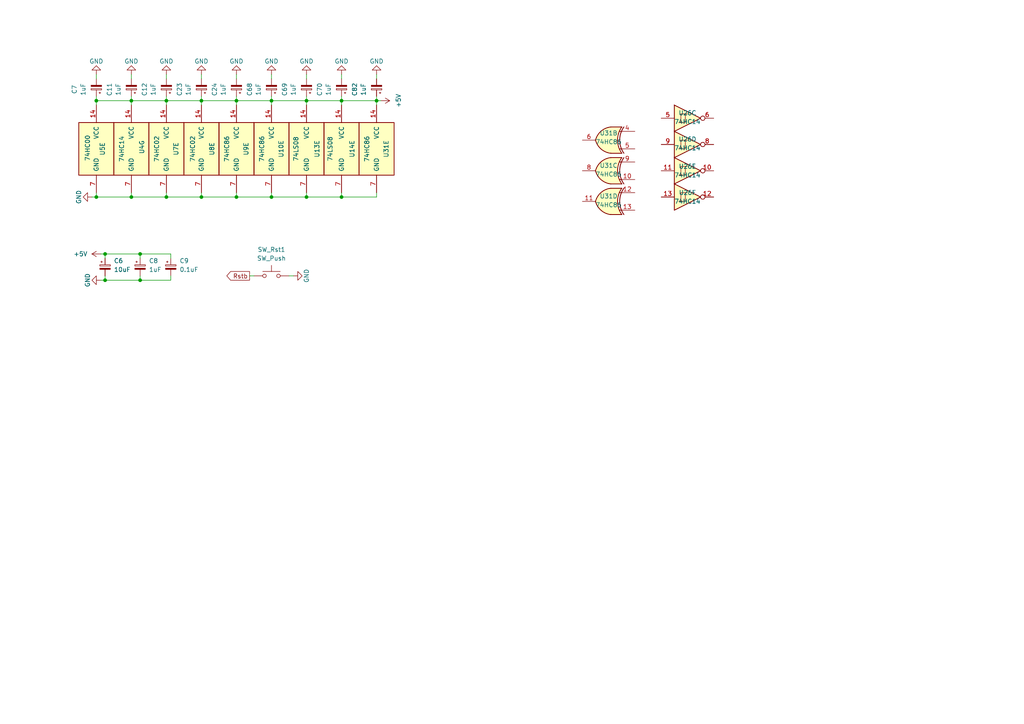
<source format=kicad_sch>
(kicad_sch (version 20231120) (generator "eeschema") (generator_version "8.0")
  (paper "A4")
  (lib_symbols
    (symbol "74xx:74HC00" (pin_names (offset 1.016))
      (property "Reference" "U" (at 0 1.27 0))
      (property "Value" "74HC00" (at 0 -1.27 0))
      (symbol "74HC00_1_1"
        (arc (start 0 -3.81) (mid 3.7934 0) (end 0 3.81) (stroke (width 0.254)) (fill (type background)))
        (polyline (pts (xy 0 3.81) (xy -3.81 3.81) (xy -3.81 -3.81) (xy 0 -3.81)) (stroke (width 0.254)) (fill (type background)))
        (pin input line (at -7.62 2.54 0) (length 3.81) (name "~") (number "1"))
        (pin input line (at -7.62 -2.54 0) (length 3.81) (name "~") (number "2"))
        (pin output inverted (at 7.62 0 180) (length 3.81) (name "~") (number "3"))
      )
      (symbol "74HC00_1_2"
        (arc (start -3.81 -3.81) (mid -2.589 0) (end -3.81 3.81) (stroke (width 0.254)))
        (arc (start -0.6096 -3.81) (mid 2.1842 -2.5851) (end 3.81 0) (stroke (width 0.254)) (fill (type background)))
        (polyline (pts (xy -3.81 -3.81) (xy -0.635 -3.81)) (stroke (width 0.254)) (fill (type background)))
        (polyline (pts (xy -3.81 3.81) (xy -0.635 3.81)) (stroke (width 0.254)) (fill (type background)))
        (polyline (pts (xy -0.635 3.81) (xy -3.81 3.81) (xy -3.81 3.81) (xy -3.556 3.4036) (xy -3.0226 2.2606) (xy -2.6924 1.0414) (xy -2.6162 -0.254) (xy -2.7686 -1.4986) (xy -3.175 -2.7178) (xy -3.81 -3.81) (xy -3.81 -3.81) (xy -0.635 -3.81)) (stroke (width -25.4)) (fill (type background)))
        (arc (start 3.81 0) (mid 2.1915 2.5936) (end -0.6096 3.81) (stroke (width 0.254)) (fill (type background)))
        (pin input inverted (at -7.62 2.54 0) (length 4.318) (name "~") (number "1"))
        (pin input inverted (at -7.62 -2.54 0) (length 4.318) (name "~") (number "2"))
        (pin output line (at 7.62 0 180) (length 3.81) (name "~") (number "3"))
      )
      (symbol "74HC00_2_1"
        (arc (start 0 -3.81) (mid 3.7934 0) (end 0 3.81) (stroke (width 0.254)) (fill (type background)))
        (polyline (pts (xy 0 3.81) (xy -3.81 3.81) (xy -3.81 -3.81) (xy 0 -3.81)) (stroke (width 0.254)) (fill (type background)))
        (pin input line (at -7.62 2.54 0) (length 3.81) (name "~") (number "4"))
        (pin input line (at -7.62 -2.54 0) (length 3.81) (name "~") (number "5"))
        (pin output inverted (at 7.62 0 180) (length 3.81) (name "~") (number "6"))
      )
      (symbol "74HC00_2_2"
        (arc (start -3.81 -3.81) (mid -2.589 0) (end -3.81 3.81) (stroke (width 0.254)))
        (arc (start -0.6096 -3.81) (mid 2.1842 -2.5851) (end 3.81 0) (stroke (width 0.254)) (fill (type background)))
        (polyline (pts (xy -3.81 -3.81) (xy -0.635 -3.81)) (stroke (width 0.254)) (fill (type background)))
        (polyline (pts (xy -3.81 3.81) (xy -0.635 3.81)) (stroke (width 0.254)) (fill (type background)))
        (polyline (pts (xy -0.635 3.81) (xy -3.81 3.81) (xy -3.81 3.81) (xy -3.556 3.4036) (xy -3.0226 2.2606) (xy -2.6924 1.0414) (xy -2.6162 -0.254) (xy -2.7686 -1.4986) (xy -3.175 -2.7178) (xy -3.81 -3.81) (xy -3.81 -3.81) (xy -0.635 -3.81)) (stroke (width -25.4)) (fill (type background)))
        (arc (start 3.81 0) (mid 2.1915 2.5936) (end -0.6096 3.81) (stroke (width 0.254)) (fill (type background)))
        (pin input inverted (at -7.62 2.54 0) (length 4.318) (name "~") (number "4"))
        (pin input inverted (at -7.62 -2.54 0) (length 4.318) (name "~") (number "5"))
        (pin output line (at 7.62 0 180) (length 3.81) (name "~") (number "6"))
      )
      (symbol "74HC00_3_1"
        (arc (start 0 -3.81) (mid 3.7934 0) (end 0 3.81) (stroke (width 0.254)) (fill (type background)))
        (polyline (pts (xy 0 3.81) (xy -3.81 3.81) (xy -3.81 -3.81) (xy 0 -3.81)) (stroke (width 0.254)) (fill (type background)))
        (pin input line (at -7.62 -2.54 0) (length 3.81) (name "~") (number "10"))
        (pin output inverted (at 7.62 0 180) (length 3.81) (name "~") (number "8"))
        (pin input line (at -7.62 2.54 0) (length 3.81) (name "~") (number "9"))
      )
      (symbol "74HC00_3_2"
        (arc (start -3.81 -3.81) (mid -2.589 0) (end -3.81 3.81) (stroke (width 0.254)))
        (arc (start -0.6096 -3.81) (mid 2.1842 -2.5851) (end 3.81 0) (stroke (width 0.254)) (fill (type background)))
        (polyline (pts (xy -3.81 -3.81) (xy -0.635 -3.81)) (stroke (width 0.254)) (fill (type background)))
        (polyline (pts (xy -3.81 3.81) (xy -0.635 3.81)) (stroke (width 0.254)) (fill (type background)))
        (polyline (pts (xy -0.635 3.81) (xy -3.81 3.81) (xy -3.81 3.81) (xy -3.556 3.4036) (xy -3.0226 2.2606) (xy -2.6924 1.0414) (xy -2.6162 -0.254) (xy -2.7686 -1.4986) (xy -3.175 -2.7178) (xy -3.81 -3.81) (xy -3.81 -3.81) (xy -0.635 -3.81)) (stroke (width -25.4)) (fill (type background)))
        (arc (start 3.81 0) (mid 2.1915 2.5936) (end -0.6096 3.81) (stroke (width 0.254)) (fill (type background)))
        (pin input inverted (at -7.62 -2.54 0) (length 4.318) (name "~") (number "10"))
        (pin output line (at 7.62 0 180) (length 3.81) (name "~") (number "8"))
        (pin input inverted (at -7.62 2.54 0) (length 4.318) (name "~") (number "9"))
      )
      (symbol "74HC00_4_1"
        (arc (start 0 -3.81) (mid 3.7934 0) (end 0 3.81) (stroke (width 0.254)) (fill (type background)))
        (polyline (pts (xy 0 3.81) (xy -3.81 3.81) (xy -3.81 -3.81) (xy 0 -3.81)) (stroke (width 0.254)) (fill (type background)))
        (pin output inverted (at 7.62 0 180) (length 3.81) (name "~") (number "11"))
        (pin input line (at -7.62 2.54 0) (length 3.81) (name "~") (number "12"))
        (pin input line (at -7.62 -2.54 0) (length 3.81) (name "~") (number "13"))
      )
      (symbol "74HC00_4_2"
        (arc (start -3.81 -3.81) (mid -2.589 0) (end -3.81 3.81) (stroke (width 0.254)))
        (arc (start -0.6096 -3.81) (mid 2.1842 -2.5851) (end 3.81 0) (stroke (width 0.254)) (fill (type background)))
        (polyline (pts (xy -3.81 -3.81) (xy -0.635 -3.81)) (stroke (width 0.254)) (fill (type background)))
        (polyline (pts (xy -3.81 3.81) (xy -0.635 3.81)) (stroke (width 0.254)) (fill (type background)))
        (polyline (pts (xy -0.635 3.81) (xy -3.81 3.81) (xy -3.81 3.81) (xy -3.556 3.4036) (xy -3.0226 2.2606) (xy -2.6924 1.0414) (xy -2.6162 -0.254) (xy -2.7686 -1.4986) (xy -3.175 -2.7178) (xy -3.81 -3.81) (xy -3.81 -3.81) (xy -0.635 -3.81)) (stroke (width -25.4)) (fill (type background)))
        (arc (start 3.81 0) (mid 2.1915 2.5936) (end -0.6096 3.81) (stroke (width 0.254)) (fill (type background)))
        (pin output line (at 7.62 0 180) (length 3.81) (name "~") (number "11"))
        (pin input inverted (at -7.62 2.54 0) (length 4.318) (name "~") (number "12"))
        (pin input inverted (at -7.62 -2.54 0) (length 4.318) (name "~") (number "13"))
      )
      (symbol "74HC00_5_0"
        (pin power_in line (at 0 12.7 270) (length 5.08) (name "VCC") (number "14"))
        (pin power_in line (at 0 -12.7 90) (length 5.08) (name "GND") (number "7"))
      )
      (symbol "74HC00_5_1"
        (rectangle (start -5.08 7.62) (end 5.08 -7.62) (stroke (width 0.254)) (fill (type background)))
      )
    )
    (symbol "74xx:74HC02" (pin_names (offset 1.016))
      (property "Reference" "U" (at 0 1.27 0))
      (property "Value" "74HC02" (at 0 -1.27 0))
      (symbol "74HC02_1_1"
        (arc (start -3.81 -3.81) (mid -2.589 0) (end -3.81 3.81) (stroke (width 0.254)))
        (arc (start -0.6096 -3.81) (mid 2.1842 -2.5851) (end 3.81 0) (stroke (width 0.254)) (fill (type background)))
        (polyline (pts (xy -3.81 -3.81) (xy -0.635 -3.81)) (stroke (width 0.254)) (fill (type background)))
        (polyline (pts (xy -3.81 3.81) (xy -0.635 3.81)) (stroke (width 0.254)) (fill (type background)))
        (polyline (pts (xy -0.635 3.81) (xy -3.81 3.81) (xy -3.81 3.81) (xy -3.556 3.4036) (xy -3.0226 2.2606) (xy -2.6924 1.0414) (xy -2.6162 -0.254) (xy -2.7686 -1.4986) (xy -3.175 -2.7178) (xy -3.81 -3.81) (xy -3.81 -3.81) (xy -0.635 -3.81)) (stroke (width -25.4)) (fill (type background)))
        (arc (start 3.81 0) (mid 2.1915 2.5936) (end -0.6096 3.81) (stroke (width 0.254)) (fill (type background)))
        (pin output inverted (at 7.62 0 180) (length 3.81) (name "~") (number "1"))
        (pin input line (at -7.62 2.54 0) (length 4.318) (name "~") (number "2"))
        (pin input line (at -7.62 -2.54 0) (length 4.318) (name "~") (number "3"))
      )
      (symbol "74HC02_1_2"
        (arc (start 0 -3.81) (mid 3.7934 0) (end 0 3.81) (stroke (width 0.254)) (fill (type background)))
        (polyline (pts (xy 0 3.81) (xy -3.81 3.81) (xy -3.81 -3.81) (xy 0 -3.81)) (stroke (width 0.254)) (fill (type background)))
        (pin output line (at 7.62 0 180) (length 3.81) (name "~") (number "1"))
        (pin input inverted (at -7.62 2.54 0) (length 3.81) (name "~") (number "2"))
        (pin input inverted (at -7.62 -2.54 0) (length 3.81) (name "~") (number "3"))
      )
      (symbol "74HC02_2_1"
        (arc (start -3.81 -3.81) (mid -2.589 0) (end -3.81 3.81) (stroke (width 0.254)))
        (arc (start -0.6096 -3.81) (mid 2.1842 -2.5851) (end 3.81 0) (stroke (width 0.254)) (fill (type background)))
        (polyline (pts (xy -3.81 -3.81) (xy -0.635 -3.81)) (stroke (width 0.254)) (fill (type background)))
        (polyline (pts (xy -3.81 3.81) (xy -0.635 3.81)) (stroke (width 0.254)) (fill (type background)))
        (polyline (pts (xy -0.635 3.81) (xy -3.81 3.81) (xy -3.81 3.81) (xy -3.556 3.4036) (xy -3.0226 2.2606) (xy -2.6924 1.0414) (xy -2.6162 -0.254) (xy -2.7686 -1.4986) (xy -3.175 -2.7178) (xy -3.81 -3.81) (xy -3.81 -3.81) (xy -0.635 -3.81)) (stroke (width -25.4)) (fill (type background)))
        (arc (start 3.81 0) (mid 2.1915 2.5936) (end -0.6096 3.81) (stroke (width 0.254)) (fill (type background)))
        (pin output inverted (at 7.62 0 180) (length 3.81) (name "~") (number "4"))
        (pin input line (at -7.62 2.54 0) (length 4.318) (name "~") (number "5"))
        (pin input line (at -7.62 -2.54 0) (length 4.318) (name "~") (number "6"))
      )
      (symbol "74HC02_2_2"
        (arc (start 0 -3.81) (mid 3.7934 0) (end 0 3.81) (stroke (width 0.254)) (fill (type background)))
        (polyline (pts (xy 0 3.81) (xy -3.81 3.81) (xy -3.81 -3.81) (xy 0 -3.81)) (stroke (width 0.254)) (fill (type background)))
        (pin output line (at 7.62 0 180) (length 3.81) (name "~") (number "4"))
        (pin input inverted (at -7.62 2.54 0) (length 3.81) (name "~") (number "5"))
        (pin input inverted (at -7.62 -2.54 0) (length 3.81) (name "~") (number "6"))
      )
      (symbol "74HC02_3_1"
        (arc (start -3.81 -3.81) (mid -2.589 0) (end -3.81 3.81) (stroke (width 0.254)))
        (arc (start -0.6096 -3.81) (mid 2.1842 -2.5851) (end 3.81 0) (stroke (width 0.254)) (fill (type background)))
        (polyline (pts (xy -3.81 -3.81) (xy -0.635 -3.81)) (stroke (width 0.254)) (fill (type background)))
        (polyline (pts (xy -3.81 3.81) (xy -0.635 3.81)) (stroke (width 0.254)) (fill (type background)))
        (polyline (pts (xy -0.635 3.81) (xy -3.81 3.81) (xy -3.81 3.81) (xy -3.556 3.4036) (xy -3.0226 2.2606) (xy -2.6924 1.0414) (xy -2.6162 -0.254) (xy -2.7686 -1.4986) (xy -3.175 -2.7178) (xy -3.81 -3.81) (xy -3.81 -3.81) (xy -0.635 -3.81)) (stroke (width -25.4)) (fill (type background)))
        (arc (start 3.81 0) (mid 2.1915 2.5936) (end -0.6096 3.81) (stroke (width 0.254)) (fill (type background)))
        (pin output inverted (at 7.62 0 180) (length 3.81) (name "~") (number "10"))
        (pin input line (at -7.62 2.54 0) (length 4.318) (name "~") (number "8"))
        (pin input line (at -7.62 -2.54 0) (length 4.318) (name "~") (number "9"))
      )
      (symbol "74HC02_3_2"
        (arc (start 0 -3.81) (mid 3.7934 0) (end 0 3.81) (stroke (width 0.254)) (fill (type background)))
        (polyline (pts (xy 0 3.81) (xy -3.81 3.81) (xy -3.81 -3.81) (xy 0 -3.81)) (stroke (width 0.254)) (fill (type background)))
        (pin output line (at 7.62 0 180) (length 3.81) (name "~") (number "10"))
        (pin input inverted (at -7.62 2.54 0) (length 3.81) (name "~") (number "8"))
        (pin input inverted (at -7.62 -2.54 0) (length 3.81) (name "~") (number "9"))
      )
      (symbol "74HC02_4_1"
        (arc (start -3.81 -3.81) (mid -2.589 0) (end -3.81 3.81) (stroke (width 0.254)))
        (arc (start -0.6096 -3.81) (mid 2.1842 -2.5851) (end 3.81 0) (stroke (width 0.254)) (fill (type background)))
        (polyline (pts (xy -3.81 -3.81) (xy -0.635 -3.81)) (stroke (width 0.254)) (fill (type background)))
        (polyline (pts (xy -3.81 3.81) (xy -0.635 3.81)) (stroke (width 0.254)) (fill (type background)))
        (polyline (pts (xy -0.635 3.81) (xy -3.81 3.81) (xy -3.81 3.81) (xy -3.556 3.4036) (xy -3.0226 2.2606) (xy -2.6924 1.0414) (xy -2.6162 -0.254) (xy -2.7686 -1.4986) (xy -3.175 -2.7178) (xy -3.81 -3.81) (xy -3.81 -3.81) (xy -0.635 -3.81)) (stroke (width -25.4)) (fill (type background)))
        (arc (start 3.81 0) (mid 2.1915 2.5936) (end -0.6096 3.81) (stroke (width 0.254)) (fill (type background)))
        (pin input line (at -7.62 2.54 0) (length 4.318) (name "~") (number "11"))
        (pin input line (at -7.62 -2.54 0) (length 4.318) (name "~") (number "12"))
        (pin output inverted (at 7.62 0 180) (length 3.81) (name "~") (number "13"))
      )
      (symbol "74HC02_4_2"
        (arc (start 0 -3.81) (mid 3.7934 0) (end 0 3.81) (stroke (width 0.254)) (fill (type background)))
        (polyline (pts (xy 0 3.81) (xy -3.81 3.81) (xy -3.81 -3.81) (xy 0 -3.81)) (stroke (width 0.254)) (fill (type background)))
        (pin input inverted (at -7.62 2.54 0) (length 3.81) (name "~") (number "11"))
        (pin input inverted (at -7.62 -2.54 0) (length 3.81) (name "~") (number "12"))
        (pin output line (at 7.62 0 180) (length 3.81) (name "~") (number "13"))
      )
      (symbol "74HC02_5_0"
        (pin power_in line (at 0 12.7 270) (length 5.08) (name "VCC") (number "14"))
        (pin power_in line (at 0 -12.7 90) (length 5.08) (name "GND") (number "7"))
      )
      (symbol "74HC02_5_1"
        (rectangle (start -5.08 7.62) (end 5.08 -7.62) (stroke (width 0.254)) (fill (type background)))
      )
    )
    (symbol "74xx:74HC14" (pin_names (offset 1.016))
      (property "Reference" "U" (at 0 1.27 0))
      (property "Value" "74HC14" (at 0 -1.27 0))
      (symbol "74HC14_1_0"
        (polyline (pts (xy -3.81 3.81) (xy -3.81 -3.81) (xy 3.81 0) (xy -3.81 3.81)) (stroke (width 0.254)) (fill (type background)))
        (pin input line (at -7.62 0 0) (length 3.81) (name "~") (number "1"))
        (pin output inverted (at 7.62 0 180) (length 3.81) (name "~") (number "2"))
      )
      (symbol "74HC14_1_1"
        (polyline (pts (xy -1.905 -1.27) (xy -1.905 1.27) (xy -0.635 1.27)))
        (polyline (pts (xy -2.54 -1.27) (xy -0.635 -1.27) (xy -0.635 1.27) (xy 0 1.27)))
      )
      (symbol "74HC14_2_0"
        (polyline (pts (xy -3.81 3.81) (xy -3.81 -3.81) (xy 3.81 0) (xy -3.81 3.81)) (stroke (width 0.254)) (fill (type background)))
        (pin input line (at -7.62 0 0) (length 3.81) (name "~") (number "3"))
        (pin output inverted (at 7.62 0 180) (length 3.81) (name "~") (number "4"))
      )
      (symbol "74HC14_2_1"
        (polyline (pts (xy -1.905 -1.27) (xy -1.905 1.27) (xy -0.635 1.27)))
        (polyline (pts (xy -2.54 -1.27) (xy -0.635 -1.27) (xy -0.635 1.27) (xy 0 1.27)))
      )
      (symbol "74HC14_3_0"
        (polyline (pts (xy -3.81 3.81) (xy -3.81 -3.81) (xy 3.81 0) (xy -3.81 3.81)) (stroke (width 0.254)) (fill (type background)))
        (pin input line (at -7.62 0 0) (length 3.81) (name "~") (number "5"))
        (pin output inverted (at 7.62 0 180) (length 3.81) (name "~") (number "6"))
      )
      (symbol "74HC14_3_1"
        (polyline (pts (xy -1.905 -1.27) (xy -1.905 1.27) (xy -0.635 1.27)))
        (polyline (pts (xy -2.54 -1.27) (xy -0.635 -1.27) (xy -0.635 1.27) (xy 0 1.27)))
      )
      (symbol "74HC14_4_0"
        (polyline (pts (xy -3.81 3.81) (xy -3.81 -3.81) (xy 3.81 0) (xy -3.81 3.81)) (stroke (width 0.254)) (fill (type background)))
        (pin output inverted (at 7.62 0 180) (length 3.81) (name "~") (number "8"))
        (pin input line (at -7.62 0 0) (length 3.81) (name "~") (number "9"))
      )
      (symbol "74HC14_4_1"
        (polyline (pts (xy -1.905 -1.27) (xy -1.905 1.27) (xy -0.635 1.27)))
        (polyline (pts (xy -2.54 -1.27) (xy -0.635 -1.27) (xy -0.635 1.27) (xy 0 1.27)))
      )
      (symbol "74HC14_5_0"
        (polyline (pts (xy -3.81 3.81) (xy -3.81 -3.81) (xy 3.81 0) (xy -3.81 3.81)) (stroke (width 0.254)) (fill (type background)))
        (pin output inverted (at 7.62 0 180) (length 3.81) (name "~") (number "10"))
        (pin input line (at -7.62 0 0) (length 3.81) (name "~") (number "11"))
      )
      (symbol "74HC14_5_1"
        (polyline (pts (xy -1.905 -1.27) (xy -1.905 1.27) (xy -0.635 1.27)))
        (polyline (pts (xy -2.54 -1.27) (xy -0.635 -1.27) (xy -0.635 1.27) (xy 0 1.27)))
      )
      (symbol "74HC14_6_0"
        (polyline (pts (xy -3.81 3.81) (xy -3.81 -3.81) (xy 3.81 0) (xy -3.81 3.81)) (stroke (width 0.254)) (fill (type background)))
        (pin output inverted (at 7.62 0 180) (length 3.81) (name "~") (number "12"))
        (pin input line (at -7.62 0 0) (length 3.81) (name "~") (number "13"))
      )
      (symbol "74HC14_6_1"
        (polyline (pts (xy -1.905 -1.27) (xy -1.905 1.27) (xy -0.635 1.27)))
        (polyline (pts (xy -2.54 -1.27) (xy -0.635 -1.27) (xy -0.635 1.27) (xy 0 1.27)))
      )
      (symbol "74HC14_7_0"
        (pin power_in line (at 0 12.7 270) (length 5.08) (name "VCC") (number "14"))
        (pin power_in line (at 0 -12.7 90) (length 5.08) (name "GND") (number "7"))
      )
      (symbol "74HC14_7_1"
        (rectangle (start -5.08 7.62) (end 5.08 -7.62) (stroke (width 0.254)) (fill (type background)))
      )
    )
    (symbol "74xx:74HC86" (pin_names (offset 1.016))
      (property "Reference" "U" (at 0 1.27 0))
      (property "Value" "74HC86" (at 0 -1.27 0))
      (symbol "74HC86_1_0"
        (arc (start -4.4196 -3.81) (mid -3.2033 0) (end -4.4196 3.81) (stroke (width 0.254)))
        (arc (start -3.81 -3.81) (mid -2.589 0) (end -3.81 3.81) (stroke (width 0.254)))
        (arc (start -0.6096 -3.81) (mid 2.1842 -2.5851) (end 3.81 0) (stroke (width 0.254)) (fill (type background)))
        (polyline (pts (xy -3.81 -3.81) (xy -0.635 -3.81)) (stroke (width 0.254)) (fill (type background)))
        (polyline (pts (xy -3.81 3.81) (xy -0.635 3.81)) (stroke (width 0.254)) (fill (type background)))
        (polyline (pts (xy -0.635 3.81) (xy -3.81 3.81) (xy -3.81 3.81) (xy -3.556 3.4036) (xy -3.0226 2.2606) (xy -2.6924 1.0414) (xy -2.6162 -0.254) (xy -2.7686 -1.4986) (xy -3.175 -2.7178) (xy -3.81 -3.81) (xy -3.81 -3.81) (xy -0.635 -3.81)) (stroke (width -25.4)) (fill (type background)))
        (arc (start 3.81 0) (mid 2.1915 2.5936) (end -0.6096 3.81) (stroke (width 0.254)) (fill (type background)))
        (pin input line (at -7.62 2.54 0) (length 4.445) (name "~") (number "1"))
        (pin input line (at -7.62 -2.54 0) (length 4.445) (name "~") (number "2"))
        (pin output line (at 7.62 0 180) (length 3.81) (name "~") (number "3"))
      )
      (symbol "74HC86_1_1"
        (polyline (pts (xy -3.81 -2.54) (xy -3.175 -2.54)) (stroke (width 0.1524)))
        (polyline (pts (xy -3.81 2.54) (xy -3.175 2.54)) (stroke (width 0.1524)))
      )
      (symbol "74HC86_2_0"
        (arc (start -4.4196 -3.81) (mid -3.2033 0) (end -4.4196 3.81) (stroke (width 0.254)))
        (arc (start -3.81 -3.81) (mid -2.589 0) (end -3.81 3.81) (stroke (width 0.254)))
        (arc (start -0.6096 -3.81) (mid 2.1842 -2.5851) (end 3.81 0) (stroke (width 0.254)) (fill (type background)))
        (polyline (pts (xy -3.81 -3.81) (xy -0.635 -3.81)) (stroke (width 0.254)) (fill (type background)))
        (polyline (pts (xy -3.81 3.81) (xy -0.635 3.81)) (stroke (width 0.254)) (fill (type background)))
        (polyline (pts (xy -0.635 3.81) (xy -3.81 3.81) (xy -3.81 3.81) (xy -3.556 3.4036) (xy -3.0226 2.2606) (xy -2.6924 1.0414) (xy -2.6162 -0.254) (xy -2.7686 -1.4986) (xy -3.175 -2.7178) (xy -3.81 -3.81) (xy -3.81 -3.81) (xy -0.635 -3.81)) (stroke (width -25.4)) (fill (type background)))
        (arc (start 3.81 0) (mid 2.1915 2.5936) (end -0.6096 3.81) (stroke (width 0.254)) (fill (type background)))
        (pin input line (at -7.62 2.54 0) (length 4.445) (name "~") (number "4"))
        (pin input line (at -7.62 -2.54 0) (length 4.445) (name "~") (number "5"))
        (pin output line (at 7.62 0 180) (length 3.81) (name "~") (number "6"))
      )
      (symbol "74HC86_2_1"
        (polyline (pts (xy -3.81 -2.54) (xy -3.175 -2.54)) (stroke (width 0.1524)))
        (polyline (pts (xy -3.81 2.54) (xy -3.175 2.54)) (stroke (width 0.1524)))
      )
      (symbol "74HC86_3_0"
        (arc (start -4.4196 -3.81) (mid -3.2033 0) (end -4.4196 3.81) (stroke (width 0.254)))
        (arc (start -3.81 -3.81) (mid -2.589 0) (end -3.81 3.81) (stroke (width 0.254)))
        (arc (start -0.6096 -3.81) (mid 2.1842 -2.5851) (end 3.81 0) (stroke (width 0.254)) (fill (type background)))
        (polyline (pts (xy -3.81 -3.81) (xy -0.635 -3.81)) (stroke (width 0.254)) (fill (type background)))
        (polyline (pts (xy -3.81 3.81) (xy -0.635 3.81)) (stroke (width 0.254)) (fill (type background)))
        (polyline (pts (xy -0.635 3.81) (xy -3.81 3.81) (xy -3.81 3.81) (xy -3.556 3.4036) (xy -3.0226 2.2606) (xy -2.6924 1.0414) (xy -2.6162 -0.254) (xy -2.7686 -1.4986) (xy -3.175 -2.7178) (xy -3.81 -3.81) (xy -3.81 -3.81) (xy -0.635 -3.81)) (stroke (width -25.4)) (fill (type background)))
        (arc (start 3.81 0) (mid 2.1915 2.5936) (end -0.6096 3.81) (stroke (width 0.254)) (fill (type background)))
        (pin input line (at -7.62 -2.54 0) (length 4.445) (name "~") (number "10"))
        (pin output line (at 7.62 0 180) (length 3.81) (name "~") (number "8"))
        (pin input line (at -7.62 2.54 0) (length 4.445) (name "~") (number "9"))
      )
      (symbol "74HC86_3_1"
        (polyline (pts (xy -3.81 -2.54) (xy -3.175 -2.54)) (stroke (width 0.1524)))
        (polyline (pts (xy -3.81 2.54) (xy -3.175 2.54)) (stroke (width 0.1524)))
      )
      (symbol "74HC86_4_0"
        (arc (start -4.4196 -3.81) (mid -3.2033 0) (end -4.4196 3.81) (stroke (width 0.254)))
        (arc (start -3.81 -3.81) (mid -2.589 0) (end -3.81 3.81) (stroke (width 0.254)))
        (arc (start -0.6096 -3.81) (mid 2.1842 -2.5851) (end 3.81 0) (stroke (width 0.254)) (fill (type background)))
        (polyline (pts (xy -3.81 -3.81) (xy -0.635 -3.81)) (stroke (width 0.254)) (fill (type background)))
        (polyline (pts (xy -3.81 3.81) (xy -0.635 3.81)) (stroke (width 0.254)) (fill (type background)))
        (polyline (pts (xy -0.635 3.81) (xy -3.81 3.81) (xy -3.81 3.81) (xy -3.556 3.4036) (xy -3.0226 2.2606) (xy -2.6924 1.0414) (xy -2.6162 -0.254) (xy -2.7686 -1.4986) (xy -3.175 -2.7178) (xy -3.81 -3.81) (xy -3.81 -3.81) (xy -0.635 -3.81)) (stroke (width -25.4)) (fill (type background)))
        (arc (start 3.81 0) (mid 2.1915 2.5936) (end -0.6096 3.81) (stroke (width 0.254)) (fill (type background)))
        (pin output line (at 7.62 0 180) (length 3.81) (name "~") (number "11"))
        (pin input line (at -7.62 2.54 0) (length 4.445) (name "~") (number "12"))
        (pin input line (at -7.62 -2.54 0) (length 4.445) (name "~") (number "13"))
      )
      (symbol "74HC86_4_1"
        (polyline (pts (xy -3.81 -2.54) (xy -3.175 -2.54)) (stroke (width 0.1524)))
        (polyline (pts (xy -3.81 2.54) (xy -3.175 2.54)) (stroke (width 0.1524)))
      )
      (symbol "74HC86_5_0"
        (pin power_in line (at 0 12.7 270) (length 5.08) (name "VCC") (number "14"))
        (pin power_in line (at 0 -12.7 90) (length 5.08) (name "GND") (number "7"))
      )
      (symbol "74HC86_5_1"
        (rectangle (start -5.08 7.62) (end 5.08 -7.62) (stroke (width 0.254)) (fill (type background)))
      )
    )
    (symbol "74xx:74LS08" (pin_names (offset 1.016))
      (property "Reference" "U" (at 0 1.27 0))
      (property "Value" "74LS08" (at 0 -1.27 0))
      (symbol "74LS08_1_1"
        (arc (start 0 -3.81) (mid 3.7934 0) (end 0 3.81) (stroke (width 0.254)) (fill (type background)))
        (polyline (pts (xy 0 3.81) (xy -3.81 3.81) (xy -3.81 -3.81) (xy 0 -3.81)) (stroke (width 0.254)) (fill (type background)))
        (pin input line (at -7.62 2.54 0) (length 3.81) (name "~") (number "1"))
        (pin input line (at -7.62 -2.54 0) (length 3.81) (name "~") (number "2"))
        (pin output line (at 7.62 0 180) (length 3.81) (name "~") (number "3"))
      )
      (symbol "74LS08_1_2"
        (arc (start -3.81 -3.81) (mid -2.589 0) (end -3.81 3.81) (stroke (width 0.254)))
        (arc (start -0.6096 -3.81) (mid 2.1842 -2.5851) (end 3.81 0) (stroke (width 0.254)) (fill (type background)))
        (polyline (pts (xy -3.81 -3.81) (xy -0.635 -3.81)) (stroke (width 0.254)) (fill (type background)))
        (polyline (pts (xy -3.81 3.81) (xy -0.635 3.81)) (stroke (width 0.254)) (fill (type background)))
        (polyline (pts (xy -0.635 3.81) (xy -3.81 3.81) (xy -3.81 3.81) (xy -3.556 3.4036) (xy -3.0226 2.2606) (xy -2.6924 1.0414) (xy -2.6162 -0.254) (xy -2.7686 -1.4986) (xy -3.175 -2.7178) (xy -3.81 -3.81) (xy -3.81 -3.81) (xy -0.635 -3.81)) (stroke (width -25.4)) (fill (type background)))
        (arc (start 3.81 0) (mid 2.1915 2.5936) (end -0.6096 3.81) (stroke (width 0.254)) (fill (type background)))
        (pin input inverted (at -7.62 2.54 0) (length 4.318) (name "~") (number "1"))
        (pin input inverted (at -7.62 -2.54 0) (length 4.318) (name "~") (number "2"))
        (pin output inverted (at 7.62 0 180) (length 3.81) (name "~") (number "3"))
      )
      (symbol "74LS08_2_1"
        (arc (start 0 -3.81) (mid 3.7934 0) (end 0 3.81) (stroke (width 0.254)) (fill (type background)))
        (polyline (pts (xy 0 3.81) (xy -3.81 3.81) (xy -3.81 -3.81) (xy 0 -3.81)) (stroke (width 0.254)) (fill (type background)))
        (pin input line (at -7.62 2.54 0) (length 3.81) (name "~") (number "4"))
        (pin input line (at -7.62 -2.54 0) (length 3.81) (name "~") (number "5"))
        (pin output line (at 7.62 0 180) (length 3.81) (name "~") (number "6"))
      )
      (symbol "74LS08_2_2"
        (arc (start -3.81 -3.81) (mid -2.589 0) (end -3.81 3.81) (stroke (width 0.254)))
        (arc (start -0.6096 -3.81) (mid 2.1842 -2.5851) (end 3.81 0) (stroke (width 0.254)) (fill (type background)))
        (polyline (pts (xy -3.81 -3.81) (xy -0.635 -3.81)) (stroke (width 0.254)) (fill (type background)))
        (polyline (pts (xy -3.81 3.81) (xy -0.635 3.81)) (stroke (width 0.254)) (fill (type background)))
        (polyline (pts (xy -0.635 3.81) (xy -3.81 3.81) (xy -3.81 3.81) (xy -3.556 3.4036) (xy -3.0226 2.2606) (xy -2.6924 1.0414) (xy -2.6162 -0.254) (xy -2.7686 -1.4986) (xy -3.175 -2.7178) (xy -3.81 -3.81) (xy -3.81 -3.81) (xy -0.635 -3.81)) (stroke (width -25.4)) (fill (type background)))
        (arc (start 3.81 0) (mid 2.1915 2.5936) (end -0.6096 3.81) (stroke (width 0.254)) (fill (type background)))
        (pin input inverted (at -7.62 2.54 0) (length 4.318) (name "~") (number "4"))
        (pin input inverted (at -7.62 -2.54 0) (length 4.318) (name "~") (number "5"))
        (pin output inverted (at 7.62 0 180) (length 3.81) (name "~") (number "6"))
      )
      (symbol "74LS08_3_1"
        (arc (start 0 -3.81) (mid 3.7934 0) (end 0 3.81) (stroke (width 0.254)) (fill (type background)))
        (polyline (pts (xy 0 3.81) (xy -3.81 3.81) (xy -3.81 -3.81) (xy 0 -3.81)) (stroke (width 0.254)) (fill (type background)))
        (pin input line (at -7.62 -2.54 0) (length 3.81) (name "~") (number "10"))
        (pin output line (at 7.62 0 180) (length 3.81) (name "~") (number "8"))
        (pin input line (at -7.62 2.54 0) (length 3.81) (name "~") (number "9"))
      )
      (symbol "74LS08_3_2"
        (arc (start -3.81 -3.81) (mid -2.589 0) (end -3.81 3.81) (stroke (width 0.254)))
        (arc (start -0.6096 -3.81) (mid 2.1842 -2.5851) (end 3.81 0) (stroke (width 0.254)) (fill (type background)))
        (polyline (pts (xy -3.81 -3.81) (xy -0.635 -3.81)) (stroke (width 0.254)) (fill (type background)))
        (polyline (pts (xy -3.81 3.81) (xy -0.635 3.81)) (stroke (width 0.254)) (fill (type background)))
        (polyline (pts (xy -0.635 3.81) (xy -3.81 3.81) (xy -3.81 3.81) (xy -3.556 3.4036) (xy -3.0226 2.2606) (xy -2.6924 1.0414) (xy -2.6162 -0.254) (xy -2.7686 -1.4986) (xy -3.175 -2.7178) (xy -3.81 -3.81) (xy -3.81 -3.81) (xy -0.635 -3.81)) (stroke (width -25.4)) (fill (type background)))
        (arc (start 3.81 0) (mid 2.1915 2.5936) (end -0.6096 3.81) (stroke (width 0.254)) (fill (type background)))
        (pin input inverted (at -7.62 -2.54 0) (length 4.318) (name "~") (number "10"))
        (pin output inverted (at 7.62 0 180) (length 3.81) (name "~") (number "8"))
        (pin input inverted (at -7.62 2.54 0) (length 4.318) (name "~") (number "9"))
      )
      (symbol "74LS08_4_1"
        (arc (start 0 -3.81) (mid 3.7934 0) (end 0 3.81) (stroke (width 0.254)) (fill (type background)))
        (polyline (pts (xy 0 3.81) (xy -3.81 3.81) (xy -3.81 -3.81) (xy 0 -3.81)) (stroke (width 0.254)) (fill (type background)))
        (pin output line (at 7.62 0 180) (length 3.81) (name "~") (number "11"))
        (pin input line (at -7.62 2.54 0) (length 3.81) (name "~") (number "12"))
        (pin input line (at -7.62 -2.54 0) (length 3.81) (name "~") (number "13"))
      )
      (symbol "74LS08_4_2"
        (arc (start -3.81 -3.81) (mid -2.589 0) (end -3.81 3.81) (stroke (width 0.254)))
        (arc (start -0.6096 -3.81) (mid 2.1842 -2.5851) (end 3.81 0) (stroke (width 0.254)) (fill (type background)))
        (polyline (pts (xy -3.81 -3.81) (xy -0.635 -3.81)) (stroke (width 0.254)) (fill (type background)))
        (polyline (pts (xy -3.81 3.81) (xy -0.635 3.81)) (stroke (width 0.254)) (fill (type background)))
        (polyline (pts (xy -0.635 3.81) (xy -3.81 3.81) (xy -3.81 3.81) (xy -3.556 3.4036) (xy -3.0226 2.2606) (xy -2.6924 1.0414) (xy -2.6162 -0.254) (xy -2.7686 -1.4986) (xy -3.175 -2.7178) (xy -3.81 -3.81) (xy -3.81 -3.81) (xy -0.635 -3.81)) (stroke (width -25.4)) (fill (type background)))
        (arc (start 3.81 0) (mid 2.1915 2.5936) (end -0.6096 3.81) (stroke (width 0.254)) (fill (type background)))
        (pin output inverted (at 7.62 0 180) (length 3.81) (name "~") (number "11"))
        (pin input inverted (at -7.62 2.54 0) (length 4.318) (name "~") (number "12"))
        (pin input inverted (at -7.62 -2.54 0) (length 4.318) (name "~") (number "13"))
      )
      (symbol "74LS08_5_0"
        (pin power_in line (at 0 12.7 270) (length 5.08) (name "VCC") (number "14"))
        (pin power_in line (at 0 -12.7 90) (length 5.08) (name "GND") (number "7"))
      )
      (symbol "74LS08_5_1"
        (rectangle (start -5.08 7.62) (end 5.08 -7.62) (stroke (width 0.254)) (fill (type background)))
      )
    )
    (symbol "Device:C_Polarized_Small" (pin_numbers hide) (pin_names (offset 0.254) hide)
      (property "Reference" "C" (at 0.254 1.778 0))
      (property "Value" "C_Polarized_Small" (at 0.254 -2.032 0))
      (symbol "C_Polarized_Small_0_1"
        (rectangle (start -1.524 -0.3048) (end 1.524 -0.6858) (fill (type outline)))
        (rectangle (start -1.524 0.6858) (end 1.524 0.3048))
        (polyline (pts (xy -1.27 1.524) (xy -0.762 1.524)))
        (polyline (pts (xy -1.016 1.27) (xy -1.016 1.778)))
      )
      (symbol "C_Polarized_Small_1_1"
        (pin passive line (at 0 2.54 270) (length 1.8542) (name "~") (number "1"))
        (pin passive line (at 0 -2.54 90) (length 1.8542) (name "~") (number "2"))
      )
    )
    (symbol "Switch:SW_Push" (pin_numbers hide) (pin_names (offset 1.016) hide)
      (property "Reference" "SW" (at 1.27 2.54 0))
      (property "Value" "SW_Push" (at 0 -1.524 0))
      (symbol "SW_Push_0_1"
        (circle (center -2.032 0) (radius 0.508))
        (polyline (pts (xy 0 1.27) (xy 0 3.048)))
        (polyline (pts (xy 2.54 1.27) (xy -2.54 1.27)))
        (circle (center 2.032 0) (radius 0.508))
        (pin passive line (at -5.08 0 0) (length 2.54) (name "1") (number "1"))
        (pin passive line (at 5.08 0 180) (length 2.54) (name "2") (number "2"))
      )
    )
    (symbol "power:+5V" (power) (pin_names (offset 0))
      (property "Value" "+5V" (at 0 3.556 0))
      (symbol "+5V_0_1"
        (polyline (pts (xy -0.762 1.27) (xy 0 2.54)))
        (polyline (pts (xy 0 0) (xy 0 2.54)))
        (polyline (pts (xy 0 2.54) (xy 0.762 1.27)))
      )
      (symbol "+5V_1_1"
        (pin power_in line (at 0 0 90) (length 0) hide (name "+5V") (number "1"))
      )
    )
    (symbol "power:GND" (power) (pin_names (offset 0))
      (property "Value" "GND" (at 0 -3.81 0))
      (symbol "GND_0_1"
        (polyline (pts (xy 0 0) (xy 0 -1.27) (xy 1.27 -1.27) (xy 0 -2.54) (xy -1.27 -1.27) (xy 0 -1.27)))
      )
      (symbol "GND_1_1"
        (pin power_in line (at 0 0 270) (length 0) hide (name "GND") (number "1"))
      )
    )
  )
  (junction (at 99.06 29.21))
  (junction (at 27.94 29.21))
  (junction (at 88.9 57.15))
  (junction (at 27.94 57.15))
  (junction (at 78.74 57.15))
  (junction (at 38.1 29.21))
  (junction (at 78.74 29.21))
  (junction (at 40.64 81.28))
  (junction (at 30.48 81.28))
  (junction (at 48.26 57.15))
  (junction (at 99.06 57.15))
  (junction (at 58.42 29.21))
  (junction (at 40.64 73.66))
  (junction (at 109.22 29.21))
  (junction (at 48.26 29.21))
  (junction (at 30.48 73.66))
  (junction (at 38.1 57.15))
  (junction (at 58.42 57.15))
  (junction (at 88.9 29.21))
  (junction (at 68.58 57.15))
  (junction (at 68.58 29.21))
  (wire (pts (xy 68.58 29.21) (xy 58.42 29.21)))
  (wire (pts (xy 58.42 29.21) (xy 58.42 30.48)))
  (wire (pts (xy 68.58 29.21) (xy 68.58 30.48)))
  (wire (pts (xy 88.9 55.88) (xy 88.9 57.15)))
  (wire (pts (xy 30.48 74.93) (xy 30.48 73.66)))
  (wire (pts (xy 88.9 21.59) (xy 88.9 22.86)))
  (wire (pts (xy 85.09 80.01) (xy 83.82 80.01)))
  (wire (pts (xy 40.64 73.66) (xy 49.53 73.66)))
  (wire (pts (xy 49.53 74.93) (xy 49.53 73.66)))
  (wire (pts (xy 88.9 57.15) (xy 78.74 57.15)))
  (wire (pts (xy 38.1 57.15) (xy 38.1 55.88)))
  (wire (pts (xy 49.53 80.01) (xy 49.53 81.28)))
  (wire (pts (xy 49.53 81.28) (xy 40.64 81.28)))
  (wire (pts (xy 30.48 81.28) (xy 40.64 81.28)))
  (wire (pts (xy 78.74 27.94) (xy 78.74 29.21)))
  (wire (pts (xy 99.06 29.21) (xy 99.06 30.48)))
  (wire (pts (xy 30.48 80.01) (xy 30.48 81.28)))
  (wire (pts (xy 88.9 29.21) (xy 88.9 30.48)))
  (wire (pts (xy 48.26 29.21) (xy 48.26 30.48)))
  (wire (pts (xy 48.26 29.21) (xy 38.1 29.21)))
  (wire (pts (xy 40.64 81.28) (xy 40.64 80.01)))
  (wire (pts (xy 48.26 55.88) (xy 48.26 57.15)))
  (wire (pts (xy 109.22 21.59) (xy 109.22 22.86)))
  (wire (pts (xy 38.1 30.48) (xy 38.1 29.21)))
  (wire (pts (xy 48.26 57.15) (xy 38.1 57.15)))
  (wire (pts (xy 38.1 27.94) (xy 38.1 29.21)))
  (wire (pts (xy 72.39 80.01) (xy 73.66 80.01)))
  (wire (pts (xy 68.58 55.88) (xy 68.58 57.15)))
  (wire (pts (xy 78.74 29.21) (xy 68.58 29.21)))
  (wire (pts (xy 38.1 21.59) (xy 38.1 22.86)))
  (wire (pts (xy 58.42 29.21) (xy 48.26 29.21)))
  (wire (pts (xy 109.22 29.21) (xy 99.06 29.21)))
  (wire (pts (xy 68.58 57.15) (xy 58.42 57.15)))
  (wire (pts (xy 27.94 57.15) (xy 38.1 57.15)))
  (wire (pts (xy 68.58 21.59) (xy 68.58 22.86)))
  (wire (pts (xy 29.21 73.66) (xy 30.48 73.66)))
  (wire (pts (xy 99.06 57.15) (xy 88.9 57.15)))
  (wire (pts (xy 40.64 73.66) (xy 40.64 74.93)))
  (wire (pts (xy 88.9 29.21) (xy 78.74 29.21)))
  (wire (pts (xy 27.94 21.59) (xy 27.94 22.86)))
  (wire (pts (xy 78.74 21.59) (xy 78.74 22.86)))
  (wire (pts (xy 109.22 27.94) (xy 109.22 29.21)))
  (wire (pts (xy 99.06 29.21) (xy 88.9 29.21)))
  (wire (pts (xy 109.22 55.88) (xy 109.22 57.15)))
  (wire (pts (xy 30.48 73.66) (xy 40.64 73.66)))
  (wire (pts (xy 78.74 55.88) (xy 78.74 57.15)))
  (wire (pts (xy 48.26 27.94) (xy 48.26 29.21)))
  (wire (pts (xy 110.49 29.21) (xy 109.22 29.21)))
  (wire (pts (xy 58.42 55.88) (xy 58.42 57.15)))
  (wire (pts (xy 27.94 57.15) (xy 27.94 55.88)))
  (wire (pts (xy 78.74 29.21) (xy 78.74 30.48)))
  (wire (pts (xy 58.42 21.59) (xy 58.42 22.86)))
  (wire (pts (xy 29.21 81.28) (xy 30.48 81.28)))
  (wire (pts (xy 109.22 29.21) (xy 109.22 30.48)))
  (wire (pts (xy 27.94 27.94) (xy 27.94 29.21)))
  (wire (pts (xy 26.67 57.15) (xy 27.94 57.15)))
  (wire (pts (xy 99.06 27.94) (xy 99.06 29.21)))
  (wire (pts (xy 99.06 55.88) (xy 99.06 57.15)))
  (wire (pts (xy 88.9 27.94) (xy 88.9 29.21)))
  (wire (pts (xy 109.22 57.15) (xy 99.06 57.15)))
  (wire (pts (xy 48.26 21.59) (xy 48.26 22.86)))
  (wire (pts (xy 58.42 57.15) (xy 48.26 57.15)))
  (wire (pts (xy 27.94 29.21) (xy 38.1 29.21)))
  (wire (pts (xy 78.74 57.15) (xy 68.58 57.15)))
  (wire (pts (xy 68.58 27.94) (xy 68.58 29.21)))
  (wire (pts (xy 27.94 30.48) (xy 27.94 29.21)))
  (wire (pts (xy 58.42 27.94) (xy 58.42 29.21)))
  (wire (pts (xy 99.06 21.59) (xy 99.06 22.86)))
  (global_label "Rstb" (shape output) (at 72.39 80.01 180) (property "Intersheetrefs" "${INTERSHEET_REFS}" (effects (hide yes))))
  (symbol (lib_id "power:GND") (at 38.1 21.59 180) (unit 1)
    (property "Reference" "#PWR025" (effects (hide yes)))
    (property "Value" "GND" (at 38.1 17.78 0))
  )
  (symbol (lib_id "power:GND") (at 48.26 21.59 180) (unit 1)
    (property "Reference" "#PWR026" (effects (hide yes)))
    (property "Value" "GND" (at 48.26 17.78 0))
  )
  (symbol (lib_id "Device:C_Polarized_Small") (at 27.94 25.4 180) (unit 1)
    (property "Reference" "C7" (at 21.59 25.9461 90))
    (property "Value" "1uF" (at 24.13 25.9461 90))
    (property "Footprint" "Capacitor_SMD:C_1206_3216Metric" (effects (hide yes)))
  )
  (symbol (lib_id "power:GND") (at 109.22 21.59 180) (unit 1)
    (property "Reference" "#PWR0150" (effects (hide yes)))
    (property "Value" "GND" (at 109.22 17.78 0))
  )
  (symbol (lib_id "74xx:74HC14") (at 199.39 57.15 0) (unit 6)
    (property "Reference" "U26" (at 199.39 55.88 0))
    (property "Value" "74HC14" (at 199.39 58.42 0))
    (property "Datasheet" "http://www.ti.com/lit/gpn/sn74HC14" (effects (hide yes)))
    (property "Description" "Hex inverter schmitt trigger" (effects (hide yes)))
  )
  (symbol (lib_id "power:GND") (at 85.09 80.01 90) (mirror x) (unit 1)
    (property "Reference" "#PWR0129" (effects (hide yes)))
    (property "Value" "GND" (at 88.9 80.01 0))
  )
  (symbol (lib_id "power:GND") (at 27.94 21.59 180) (unit 1)
    (property "Reference" "#PWR024" (effects (hide yes)))
    (property "Value" "GND" (at 27.94 17.78 0))
  )
  (symbol (lib_id "power:GND") (at 99.06 21.59 180) (unit 1)
    (property "Reference" "#PWR0127" (effects (hide yes)))
    (property "Value" "GND" (at 99.06 17.78 0))
  )
  (symbol (lib_id "Switch:SW_Push") (at 78.74 80.01 0) (unit 1)
    (property "Reference" "SW_Rst1" (at 78.74 72.39 0))
    (property "Value" "SW_Push" (at 78.74 74.93 0))
    (property "Footprint" "keyswitches:SW_MX" (effects (hide yes)))
    (property "Description" "Push button switch, generic, two pins" (effects (hide yes)))
  )
  (symbol (lib_id "74xx:74HC86") (at 176.53 40.64 0) (mirror y) (unit 2)
    (property "Reference" "U31" (at 176.53 38.608 0))
    (property "Value" "74HC86" (at 176.53 41.148 0))
    (property "Datasheet" "http://www.ti.com/lit/gpn/sn74HC86" (effects (hide yes)))
    (property "Description" "Quad 2-input XOR" (effects (hide yes)))
  )
  (symbol (lib_id "power:GND") (at 78.74 21.59 180) (unit 1)
    (property "Reference" "#PWR049" (effects (hide yes)))
    (property "Value" "GND" (at 78.74 17.78 0))
  )
  (symbol (lib_id "Device:C_Polarized_Small") (at 78.74 25.4 180) (unit 1)
    (property "Reference" "C68" (at 72.39 25.9461 90))
    (property "Value" "1uF" (at 74.93 25.9461 90))
    (property "Footprint" "Capacitor_SMD:C_1206_3216Metric" (effects (hide yes)))
  )
  (symbol (lib_id "Device:C_Polarized_Small") (at 49.53 77.47 0) (unit 1)
    (property "Reference" "C9" (at 52.07 75.6539 0) (effects (justify left)))
    (property "Value" "0.1uF" (at 52.07 78.1939 0) (effects (justify left)))
    (property "Footprint" "Capacitor_SMD:C_1206_3216Metric" (effects (hide yes)))
  )
  (symbol (lib_id "74xx:74HC14") (at 199.39 34.29 0) (unit 3)
    (property "Reference" "U26" (at 199.39 32.766 0))
    (property "Value" "74HC14" (at 199.39 35.306 0))
    (property "Datasheet" "http://www.ti.com/lit/gpn/sn74HC14" (effects (hide yes)))
    (property "Description" "Hex inverter schmitt trigger" (effects (hide yes)))
  )
  (symbol (lib_id "74xx:74HC14") (at 199.39 49.53 0) (unit 5)
    (property "Reference" "U26" (at 199.39 48.26 0))
    (property "Value" "74HC14" (at 199.39 50.8 0))
    (property "Datasheet" "http://www.ti.com/lit/gpn/sn74HC14" (effects (hide yes)))
    (property "Description" "Hex inverter schmitt trigger" (effects (hide yes)))
  )
  (symbol (lib_id "74xx:74HC00") (at 27.94 43.18 0) (unit 5)
    (property "Reference" "U5" (at 29.718 43.18 90))
    (property "Value" "74HC00" (at 25.4 42.926 90))
    (property "Footprint" "Package_SO:SOIC-14_3.9x8.7mm_P1.27mm" (effects (hide yes)))
    (property "Datasheet" "http://www.ti.com/lit/gpn/sn74hc00" (effects (hide yes)))
  )
  (symbol (lib_id "74xx:74HC14") (at 38.1 43.18 0) (unit 7)
    (property "Reference" "U4" (at 41.148 42.672 90))
    (property "Value" "74HC14" (at 35.306 43.18 90))
    (property "Footprint" "Package_SO:SOIC-14_3.9x8.7mm_P1.27mm" (effects (hide yes)))
    (property "Datasheet" "http://www.ti.com/lit/gpn/sn74HC14" (effects (hide yes)))
  )
  (symbol (lib_id "74xx:74LS08") (at 88.9 43.18 0) (unit 5)
    (property "Reference" "U13" (at 91.948 43.18 90))
    (property "Value" "74LS08" (at 85.852 43.18 90))
    (property "Datasheet" "http://www.ti.com/lit/gpn/sn74LS08" (effects (hide yes)))
    (property "Description" "Quad And2" (effects (hide yes)))
  )
  (symbol (lib_id "74xx:74HC02") (at 58.42 43.18 0) (unit 5)
    (property "Reference" "U8" (at 61.468 43.18 90))
    (property "Value" "74HC02" (at 55.88 43.18 90))
    (property "Datasheet" "http://www.ti.com/lit/gpn/sn74hc02" (effects (hide yes)))
    (property "Description" "quad 2-input NOR gate" (effects (hide yes)))
  )
  (symbol (lib_id "power:GND") (at 58.42 21.59 180) (unit 1)
    (property "Reference" "#PWR030" (effects (hide yes)))
    (property "Value" "GND" (at 58.42 17.78 0))
  )
  (symbol (lib_id "74xx:74HC02") (at 48.26 43.18 0) (unit 5)
    (property "Reference" "U7" (at 51.054 43.18 90))
    (property "Value" "74HC02" (at 45.466 43.18 90))
    (property "Datasheet" "http://www.ti.com/lit/gpn/sn74hc02" (effects (hide yes)))
    (property "Description" "quad 2-input NOR gate" (effects (hide yes)))
  )
  (symbol (lib_id "74xx:74HC86") (at 176.53 49.53 0) (mirror y) (unit 3)
    (property "Reference" "U31" (at 176.53 48.006 0))
    (property "Value" "74HC86" (at 176.53 50.546 0))
    (property "Datasheet" "http://www.ti.com/lit/gpn/sn74HC86" (effects (hide yes)))
    (property "Description" "Quad 2-input XOR" (effects (hide yes)))
  )
  (symbol (lib_id "power:GND") (at 26.67 57.15 270) (unit 1)
    (property "Reference" "#PWR022" (effects (hide yes)))
    (property "Value" "GND" (at 22.86 57.15 0))
  )
  (symbol (lib_id "Device:C_Polarized_Small") (at 38.1 25.4 180) (unit 1)
    (property "Reference" "C11" (at 31.75 25.9461 90))
    (property "Value" "1uF" (at 34.29 25.9461 90))
    (property "Footprint" "Capacitor_SMD:C_1206_3216Metric" (effects (hide yes)))
  )
  (symbol (lib_id "74xx:74HC86") (at 78.74 43.18 0) (unit 5)
    (property "Reference" "U10" (at 81.534 43.18 90))
    (property "Value" "74HC86" (at 75.946 43.18 90))
    (property "Datasheet" "http://www.ti.com/lit/gpn/sn74HC86" (effects (hide yes)))
    (property "Description" "Quad 2-input XOR" (effects (hide yes)))
  )
  (symbol (lib_id "Device:C_Polarized_Small") (at 109.22 25.4 180) (unit 1)
    (property "Reference" "C82" (at 102.87 25.9461 90))
    (property "Value" "1uF" (at 105.41 25.9461 90))
    (property "Footprint" "Capacitor_SMD:C_1206_3216Metric" (effects (hide yes)))
  )
  (symbol (lib_id "74xx:74HC86") (at 176.53 58.42 0) (mirror y) (unit 4)
    (property "Reference" "U31" (at 176.53 56.896 0))
    (property "Value" "74HC86" (at 176.53 59.436 0))
    (property "Datasheet" "http://www.ti.com/lit/gpn/sn74HC86" (effects (hide yes)))
    (property "Description" "Quad 2-input XOR" (effects (hide yes)))
  )
  (symbol (lib_id "power:+5V") (at 110.49 29.21 270) (unit 1)
    (property "Reference" "#PWR0128" (effects (hide yes)))
    (property "Value" "+5V" (at 115.57 29.21 0))
  )
  (symbol (lib_id "power:GND") (at 88.9 21.59 180) (unit 1)
    (property "Reference" "#PWR050" (effects (hide yes)))
    (property "Value" "GND" (at 88.9 17.78 0))
  )
  (symbol (lib_id "Device:C_Polarized_Small") (at 48.26 25.4 180) (unit 1)
    (property "Reference" "C12" (at 41.91 25.9461 90))
    (property "Value" "1uF" (at 44.45 25.9461 90))
    (property "Footprint" "Capacitor_SMD:C_1206_3216Metric" (effects (hide yes)))
  )
  (symbol (lib_id "Device:C_Polarized_Small") (at 40.64 77.47 0) (unit 1)
    (property "Reference" "C8" (at 43.18 75.6539 0) (effects (justify left)))
    (property "Value" "1uF" (at 43.18 78.1939 0) (effects (justify left)))
    (property "Footprint" "Capacitor_SMD:C_1206_3216Metric" (effects (hide yes)))
  )
  (symbol (lib_id "power:GND") (at 68.58 21.59 180) (unit 1)
    (property "Reference" "#PWR031" (effects (hide yes)))
    (property "Value" "GND" (at 68.58 17.78 0))
  )
  (symbol (lib_id "74xx:74HC14") (at 199.39 41.91 0) (unit 4)
    (property "Reference" "U26" (at 199.39 40.386 0))
    (property "Value" "74HC14" (at 199.39 42.926 0))
    (property "Datasheet" "http://www.ti.com/lit/gpn/sn74HC14" (effects (hide yes)))
    (property "Description" "Hex inverter schmitt trigger" (effects (hide yes)))
  )
  (symbol (lib_id "74xx:74LS08") (at 99.06 43.18 0) (unit 5)
    (property "Reference" "U14" (at 102.108 43.18 90))
    (property "Value" "74LS08" (at 95.758 43.18 90))
    (property "Datasheet" "http://www.ti.com/lit/gpn/sn74LS08" (effects (hide yes)))
    (property "Description" "Quad And2" (effects (hide yes)))
  )
  (symbol (lib_id "Device:C_Polarized_Small") (at 58.42 25.4 180) (unit 1)
    (property "Reference" "C23" (at 52.07 25.9461 90))
    (property "Value" "1uF" (at 54.61 25.9461 90))
    (property "Footprint" "Capacitor_SMD:C_1206_3216Metric" (effects (hide yes)))
  )
  (symbol (lib_id "Device:C_Polarized_Small") (at 88.9 25.4 180) (unit 1)
    (property "Reference" "C69" (at 82.55 25.9461 90))
    (property "Value" "1uF" (at 85.09 25.9461 90))
    (property "Footprint" "Capacitor_SMD:C_1206_3216Metric" (effects (hide yes)))
  )
  (symbol (lib_id "74xx:74HC86") (at 109.22 43.18 0) (unit 5)
    (property "Reference" "U31" (at 112.014 43.18 90))
    (property "Value" "74HC86" (at 106.426 43.18 90))
    (property "Datasheet" "http://www.ti.com/lit/gpn/sn74HC86" (effects (hide yes)))
    (property "Description" "Quad 2-input XOR" (effects (hide yes)))
  )
  (symbol (lib_id "Device:C_Polarized_Small") (at 99.06 25.4 180) (unit 1)
    (property "Reference" "C70" (at 92.71 25.9461 90))
    (property "Value" "1uF" (at 95.25 25.9461 90))
    (property "Footprint" "Capacitor_SMD:C_1206_3216Metric" (effects (hide yes)))
  )
  (symbol (lib_id "Device:C_Polarized_Small") (at 68.58 25.4 180) (unit 1)
    (property "Reference" "C24" (at 62.23 25.9461 90))
    (property "Value" "1uF" (at 64.77 25.9461 90))
    (property "Footprint" "Capacitor_SMD:C_1206_3216Metric" (effects (hide yes)))
  )
  (symbol (lib_id "Device:C_Polarized_Small") (at 30.48 77.47 0) (unit 1)
    (property "Reference" "C6" (at 33.02 75.6539 0) (effects (justify left)))
    (property "Value" "10uF" (at 33.02 78.1939 0) (effects (justify left)))
    (property "Footprint" "Capacitor_SMD:C_1206_3216Metric" (effects (hide yes)))
  )
  (symbol (lib_id "power:+5V") (at 29.21 73.66 90) (mirror x) (unit 1)
    (property "Reference" "#PWR020" (effects (hide yes)))
    (property "Value" "+5V" (at 25.4 73.6599 90) (effects (justify left)))
  )
  (symbol (lib_id "power:GND") (at 29.21 81.28 270) (mirror x) (unit 1)
    (property "Reference" "#PWR021" (effects (hide yes)))
    (property "Value" "GND" (at 25.4 81.28 0))
  )
  (symbol (lib_id "74xx:74HC86") (at 68.58 43.18 0) (unit 5)
    (property "Reference" "U9" (at 71.374 43.18 90))
    (property "Value" "74HC86" (at 65.786 43.18 90))
    (property "Datasheet" "http://www.ti.com/lit/gpn/sn74HC86" (effects (hide yes)))
    (property "Description" "Quad 2-input XOR" (effects (hide yes)))
  )
)
</source>
